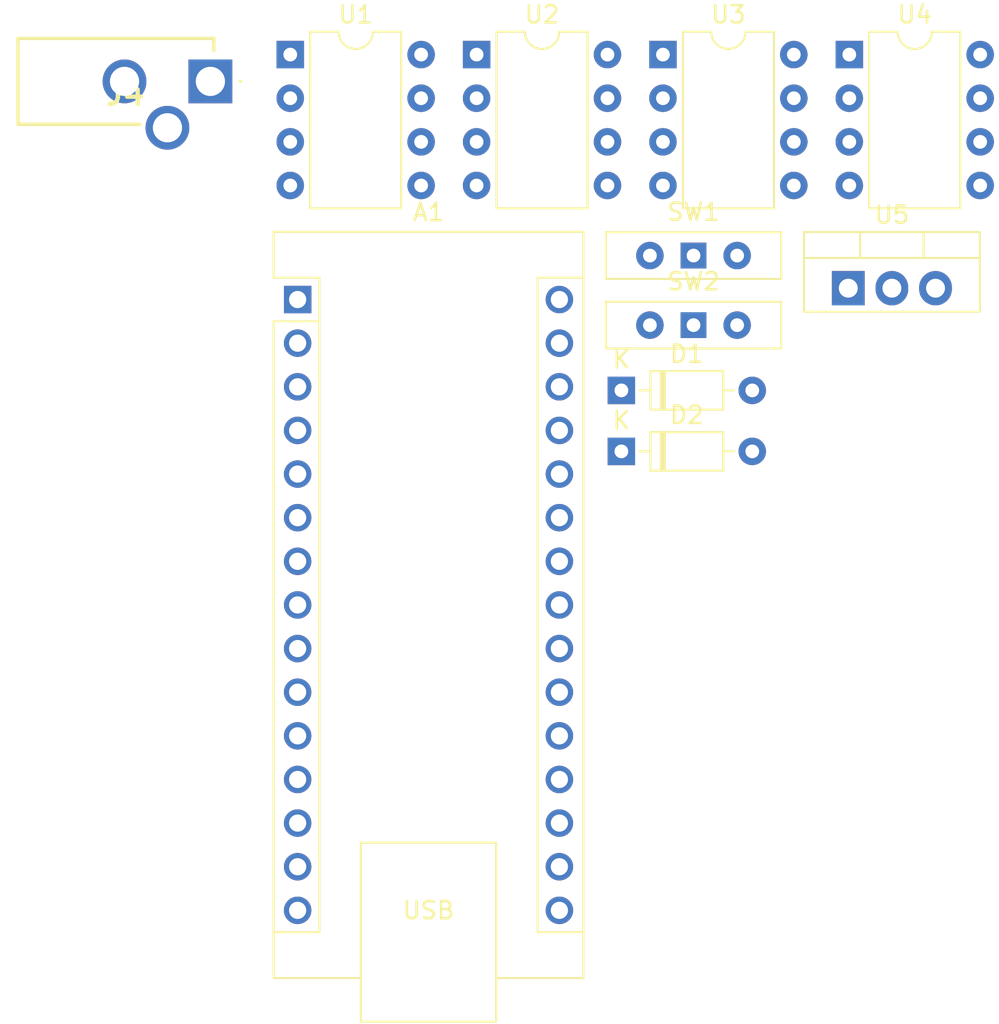
<source format=kicad_pcb>
(kicad_pcb (version 20240108) (generator "pcbnew") (generator_version "8.0")
  (layers (0 "F.Cu" signal) (31 "B.Cu" signal) (34 "B.Paste" user) (35 "F.Paste" user) (36 "B.SilkS" user "B.Silkscreen") (37 "F.SilkS" user "F.Silkscreen") (38 "B.Mask" user) (39 "F.Mask" user) (44 "Edge.Cuts" user))
  (net 0 "")
  (net 1 "Net-(A1-D0{slash}RX)")
  (net 3 "DATA9")
  (net 6 "DATA2")
  (net 7 "DATA5")
  (net 9 "DATA11")
  (net 10 "DRV1-")
  (net 13 "DATA4")
  (net 15 "DATA12")
  (net 20 "VIN")
  (net 22 "DATA10")
  (net 23 "DATA7")
  (net 25 "DATA8")
  (net 26 "DATA6")
  (net 27 "DATA1")
  (net 29 "DATA3")
  (net 30 "Net-(D1-A)")
  (net 31 "Net-(D2-A)")
  (net 32 "Net-(SW1-A)")
  (net 33 "Net-(SW1-B)")
  (net 34 "Net-(SW2-B)")
  (net 36 "Net-(U1-R)")
  (net 37 "Net-(U1-B)")
  (net 38 "Net-(U1-A)")
  (net 39 "VCC")
  (net 40 "Net-(U2-A)")
  (net 45 "Net-(U3-VO)")
  (net 48 "Net-(U4-B)")
  (net 49 "Net-(U4-A)")
  (footprint "Button_Switch_THT:SW_Slide-03_Wuerth-WS-SLTV_10x2.5x6.4_P2.54mm" (layer "F.Cu") (at 94.17 37.05)
    (property "Reference" "SW2" (at 0 -2.54 0) (layer "F.SilkS"))
    (property "Value" "SW_SPDT")
    (fp_rect (start -5.11 -1.36) (end 5.11 1.36) (stroke (width 0.12)) (fill none) (layer "F.SilkS"))
    (pad "1" thru_hole rect (at 0 0) (size 1.5 1.5) (drill 0.8) (layers "*.Cu" "*.Mask") (net 34 "Net-(SW2-B)"))
    (pad "2" thru_hole circle (at -2.54 0) (size 1.6 1.6) (drill 0.8) (layers "*.Cu" "*.Mask"))
    (pad "3" thru_hole circle (at 2.54 0) (size 1.6 1.6) (drill 0.8) (layers "*.Cu" "*.Mask") (net 20 "VIN"))
  )
  (footprint "Package_DIP:DIP-8_W7.62mm" (layer "F.Cu") (at 103.24 21.3)
    (property "Reference" "U4" (at 3.81 -2.33 0) (layer "F.SilkS"))
    (property "Value" "SN75176AP")
    (fp_line (start 1.16 -1.33) (end 1.16 8.95) (stroke (width 0.12)) (layer "F.SilkS"))
    (fp_line (start 1.16 8.95) (end 6.46 8.95) (stroke (width 0.12)) (layer "F.SilkS"))
    (fp_line (start 2.81 -1.33) (end 1.16 -1.33) (stroke (width 0.12)) (layer "F.SilkS"))
    (fp_line (start 6.46 -1.33) (end 4.81 -1.33) (stroke (width 0.12)) (layer "F.SilkS"))
    (fp_line (start 6.46 8.95) (end 6.46 -1.33) (stroke (width 0.12)) (layer "F.SilkS"))
    (fp_arc (start 4.81 -1.33) (mid 3.81 -0.33) (end 2.81 -1.33) (stroke (width 0.12)) (layer "F.SilkS"))
    (pad "1" thru_hole rect (at 0 0) (size 1.6 1.6) (drill 0.8) (layers "*.Cu" "*.Mask"))
    (pad "2" thru_hole oval (at 0 2.54) (size 1.6 1.6) (drill 0.8) (layers "*.Cu" "*.Mask") (net 39 "VCC"))
    (pad "3" thru_hole oval (at 0 5.08) (size 1.6 1.6) (drill 0.8) (layers "*.Cu" "*.Mask") (net 39 "VCC"))
    (pad "4" thru_hole oval (at 0 7.62) (size 1.6 1.6) (drill 0.8) (layers "*.Cu" "*.Mask") (net 45 "Net-(U3-VO)"))
    (pad "5" thru_hole oval (at 7.62 7.62) (size 1.6 1.6) (drill 0.8) (layers "*.Cu" "*.Mask") (net 10 "DRV1-"))
    (pad "6" thru_hole oval (at 7.62 5.08) (size 1.6 1.6) (drill 0.8) (layers "*.Cu" "*.Mask") (net 49 "Net-(U4-A)"))
    (pad "7" thru_hole oval (at 7.62 2.54) (size 1.6 1.6) (drill 0.8) (layers "*.Cu" "*.Mask") (net 48 "Net-(U4-B)"))
    (pad "8" thru_hole oval (at 7.62 0) (size 1.6 1.6) (drill 0.8) (layers "*.Cu" "*.Mask") (net 39 "VCC"))
  )
  (footprint "Module:Arduino_Nano" (layer "F.Cu") (at 71.12 35.56)
    (property "Reference" "A1" (at 7.62 -5.08 0) (layer "F.SilkS"))
    (property "Value" "Arduino_Nano_v3.x")
    (fp_line (start -1.4 -3.94) (end -1.4 -1.27) (stroke (width 0.12)) (layer "F.SilkS"))
    (fp_line (start -1.4 1.27) (end -1.4 39.5) (stroke (width 0.12)) (layer "F.SilkS"))
    (fp_line (start -1.4 39.5) (end 3.68 39.5) (stroke (width 0.12)) (layer "F.SilkS"))
    (fp_line (start 1.27 -1.27) (end -1.4 -1.27) (stroke (width 0.12)) (layer "F.SilkS"))
    (fp_line (start 1.27 1.27) (end -1.4 1.27) (stroke (width 0.12)) (layer "F.SilkS"))
    (fp_line (start 1.27 1.27) (end 1.27 -1.27) (stroke (width 0.12)) (layer "F.SilkS"))
    (fp_line (start 1.27 1.27) (end 1.27 36.83) (stroke (width 0.12)) (layer "F.SilkS"))
    (fp_line (start 1.27 36.83) (end -1.4 36.83) (stroke (width 0.12)) (layer "F.SilkS"))
    (fp_line (start 3.68 31.62) (end 11.56 31.62) (stroke (width 0.12)) (layer "F.SilkS"))
    (fp_line (start 3.68 42.04) (end 3.68 31.62) (stroke (width 0.12)) (layer "F.SilkS"))
    (fp_line (start 11.56 31.62) (end 11.56 42.04) (stroke (width 0.12)) (layer "F.SilkS"))
    (fp_line (start 11.56 42.04) (end 3.68 42.04) (stroke (width 0.12)) (layer "F.SilkS"))
    (fp_line (start 13.97 -1.27) (end 13.97 36.83) (stroke (width 0.12)) (layer "F.SilkS"))
    (fp_line (start 13.97 -1.27) (end 16.64 -1.27) (stroke (width 0.12)) (layer "F.SilkS"))
    (fp_line (start 13.97 36.83) (end 16.64 36.83) (stroke (width 0.12)) (layer "F.SilkS"))
    (fp_line (start 16.64 -3.94) (end -1.4 -3.94) (stroke (width 0.12)) (layer "F.SilkS"))
    (fp_line (start 16.64 39.5) (end 11.56 39.5) (stroke (width 0.12)) (layer "F.SilkS"))
    (fp_line (start 16.64 39.5) (end 16.64 -3.94) (stroke (width 0.12)) (layer "F.SilkS"))
    (fp_text user "USB" (at 7.62 35.56 0) (layer "F.SilkS"))
    (pad "1" thru_hole rect (at 0 0) (size 1.6 1.6) (drill 1) (layers "*.Cu" "*.Mask"))
    (pad "2" thru_hole oval (at 0 2.54) (size 1.6 1.6) (drill 1) (layers "*.Cu" "*.Mask") (net 1 "Net-(A1-D0{slash}RX)"))
    (pad "3" thru_hole oval (at 0 5.08) (size 1.6 1.6) (drill 1) (layers "*.Cu" "*.Mask"))
    (pad "4" thru_hole oval (at 0 7.62) (size 1.6 1.6) (drill 1) (layers "*.Cu" "*.Mask") (net 10 "DRV1-"))
    (pad "5" thru_hole oval (at 0 10.16) (size 1.6 1.6) (drill 1) (layers "*.Cu" "*.Mask") (net 27 "DATA1"))
    (pad "6" thru_hole oval (at 0 12.7) (size 1.6 1.6) (drill 1) (layers "*.Cu" "*.Mask") (net 6 "DATA2"))
    (pad "7" thru_hole oval (at 0 15.24) (size 1.6 1.6) (drill 1) (layers "*.Cu" "*.Mask") (net 29 "DATA3"))
    (pad "8" thru_hole oval (at 0 17.78) (size 1.6 1.6) (drill 1) (layers "*.Cu" "*.Mask") (net 13 "DATA4"))
    (pad "9" thru_hole oval (at 0 20.32) (size 1.6 1.6) (drill 1) (layers "*.Cu" "*.Mask") (net 7 "DATA5"))
    (pad "10" thru_hole oval (at 0 22.86) (size 1.6 1.6) (drill 1) (layers "*.Cu" "*.Mask") (net 26 "DATA6"))
    (pad "11" thru_hole oval (at 0 25.4) (size 1.6 1.6) (drill 1) (layers "*.Cu" "*.Mask") (net 23 "DATA7"))
    (pad "12" thru_hole oval (at 0 27.94) (size 1.6 1.6) (drill 1) (layers "*.Cu" "*.Mask") (net 25 "DATA8"))
    (pad "13" thru_hole oval (at 0 30.48) (size 1.6 1.6) (drill 1) (layers "*.Cu" "*.Mask") (net 3 "DATA9"))
    (pad "14" thru_hole oval (at 0 33.02) (size 1.6 1.6) (drill 1) (layers "*.Cu" "*.Mask") (net 22 "DATA10"))
    (pad "15" thru_hole oval (at 0 35.56) (size 1.6 1.6) (drill 1) (layers "*.Cu" "*.Mask") (net 9 "DATA11"))
    (pad "16" thru_hole oval (at 15.24 35.56) (size 1.6 1.6) (drill 1) (layers "*.Cu" "*.Mask") (net 15 "DATA12"))
    (pad "17" thru_hole oval (at 15.24 33.02) (size 1.6 1.6) (drill 1) (layers "*.Cu" "*.Mask"))
    (pad "18" thru_hole oval (at 15.24 30.48) (size 1.6 1.6) (drill 1) (layers "*.Cu" "*.Mask"))
    (pad "19" thru_hole oval (at 15.24 27.94) (size 1.6 1.6) (drill 1) (layers "*.Cu" "*.Mask"))
    (pad "20" thru_hole oval (at 15.24 25.4) (size 1.6 1.6) (drill 1) (layers "*.Cu" "*.Mask"))
    (pad "21" thru_hole oval (at 15.24 22.86) (size 1.6 1.6) (drill 1) (layers "*.Cu" "*.Mask"))
    (pad "22" thru_hole oval (at 15.24 20.32) (size 1.6 1.6) (drill 1) (layers "*.Cu" "*.Mask"))
    (pad "23" thru_hole oval (at 15.24 17.78) (size 1.6 1.6) (drill 1) (layers "*.Cu" "*.Mask"))
    (pad "24" thru_hole oval (at 15.24 15.24) (size 1.6 1.6) (drill 1) (layers "*.Cu" "*.Mask"))
    (pad "25" thru_hole oval (at 15.24 12.7) (size 1.6 1.6) (drill 1) (layers "*.Cu" "*.Mask"))
    (pad "26" thru_hole oval (at 15.24 10.16) (size 1.6 1.6) (drill 1) (layers "*.Cu" "*.Mask"))
    (pad "27" thru_hole oval (at 15.24 7.62) (size 1.6 1.6) (drill 1) (layers "*.Cu" "*.Mask"))
    (pad "28" thru_hole oval (at 15.24 5.08) (size 1.6 1.6) (drill 1) (layers "*.Cu" "*.Mask"))
    (pad "29" thru_hole oval (at 15.24 2.54) (size 1.6 1.6) (drill 1) (layers "*.Cu" "*.Mask") (net 10 "DRV1-"))
    (pad "30" thru_hole oval (at 15.24 0) (size 1.6 1.6) (drill 1) (layers "*.Cu" "*.Mask") (net 20 "VIN"))
  )
  (footprint "Lasers:PJ031D" (layer "F.Cu") (at 66.04 22.86)
    (property "Reference" "J4" (at -4.962 0.737 0) (layer "F.SilkS") (effects (font (size 1.27 1.27) (thickness 0.254))))
    (property "Value" "PJ-031D" (hide yes))
    (fp_line (start -11.2 -2.5) (end -11.2 2.5) (stroke (width 0.2)) (layer "F.SilkS"))
    (fp_line (start -11.2 2.5) (end -4.1 2.5) (stroke (width 0.2)) (layer "F.SilkS"))
    (fp_line (start 0.2 -2.5) (end -11.2 -2.5) (stroke (width 0.2)) (layer "F.SilkS"))
    (fp_line (start 0.2 -1.8) (end 0.2 -2.5) (stroke (width 0.2)) (layer "F.SilkS"))
    (fp_line (start 1.7 0) (end 1.7 0) (stroke (width 0.1)) (layer "F.SilkS"))
    (fp_line (start 1.8 0) (end 1.8 0) (stroke (width 0.1)) (layer "F.SilkS"))
    (fp_arc (start 1.7 0) (mid 1.75 -0.05) (end 1.8 0) (stroke (width 0.1)) (layer "F.SilkS"))
    (fp_arc (start 1.8 0) (mid 1.75 0.05) (end 1.7 0) (stroke (width 0.1)) (layer "F.SilkS"))
    (pad "1" thru_hole rect (at 0 0) (size 2.55 2.55) (drill 1.7) (layers "*.Cu" "*.Mask") (net 10 "DRV1-"))
    (pad "2" thru_hole circle (at -2.5 2.7) (size 2.55 2.55) (drill 1.7) (layers "*.Cu" "*.Mask"))
    (pad "3" thru_hole circle (at -5 0) (size 2.55 2.55) (drill 1.7) (layers "*.Cu" "*.Mask") (net 33 "Net-(SW1-B)"))
  )
  (footprint "Package_TO_SOT_THT:TO-220-3_Vertical" (layer "F.Cu") (at 103.18 34.9)
    (property "Reference" "U5" (at 2.54 -4.27 0) (layer "F.SilkS"))
    (property "Value" "LM7812_TO220")
    (fp_line (start -2.58 -3.27) (end -2.58 1.371) (stroke (width 0.12)) (layer "F.SilkS"))
    (fp_line (start -2.58 -3.27) (end 7.66 -3.27) (stroke (width 0.12)) (layer "F.SilkS"))
    (fp_line (start -2.58 -1.76) (end 7.66 -1.76) (stroke (width 0.12)) (layer "F.SilkS"))
    (fp_line (start -2.58 1.371) (end 7.66 1.371) (stroke (width 0.12)) (layer "F.SilkS"))
    (fp_line (start 0.69 -3.27) (end 0.69 -1.76) (stroke (width 0.12)) (layer "F.SilkS"))
    (fp_line (start 4.391 -3.27) (end 4.391 -1.76) (stroke (width 0.12)) (layer "F.SilkS"))
    (fp_line (start 7.66 -3.27) (end 7.66 1.371) (stroke (width 0.12)) (layer "F.SilkS"))
    (pad "1" thru_hole rect (at 0 0) (size 1.905 2) (drill 1.1) (layers "*.Cu" "*.Mask") (net 32 "Net-(SW1-A)"))
    (pad "2" thru_hole oval (at 2.54 0) (size 1.905 2) (drill 1.1) (layers "*.Cu" "*.Mask") (net 10 "DRV1-"))
    (pad "3" thru_hole oval (at 5.08 0) (size 1.905 2) (drill 1.1) (layers "*.Cu" "*.Mask") (net 31 "Net-(D2-A)"))
  )
  (footprint "Diode_THT:D_DO-35_SOD27_P7.62mm_Horizontal" (layer "F.Cu") (at 89.97 44.4)
    (property "Reference" "D2" (at 3.81 -2.12 0) (layer "F.SilkS"))
    (property "Value" "1N4148")
    (fp_line (start 1.04 0) (end 1.69 0) (stroke (width 0.12)) (layer "F.SilkS"))
    (fp_line (start 1.69 -1.12) (end 1.69 1.12) (stroke (width 0.12)) (layer "F.SilkS"))
    (fp_line (start 1.69 1.12) (end 5.93 1.12) (stroke (width 0.12)) (layer "F.SilkS"))
    (fp_line (start 2.29 -1.12) (end 2.29 1.12) (stroke (width 0.12)) (layer "F.SilkS"))
    (fp_line (start 2.41 -1.12) (end 2.41 1.12) (stroke (width 0.12)) (layer "F.SilkS"))
    (fp_line (start 2.53 -1.12) (end 2.53 1.12) (stroke (width 0.12)) (layer "F.SilkS"))
    (fp_line (start 5.93 -1.12) (end 1.69 -1.12) (stroke (width 0.12)) (layer "F.SilkS"))
    (fp_line (start 5.93 1.12) (end 5.93 -1.12) (stroke (width 0.12)) (layer "F.SilkS"))
    (fp_line (start 6.58 0) (end 5.93 0) (stroke (width 0.12)) (layer "F.SilkS"))
    (fp_text user "K" (at 0 -1.8 0) (layer "F.SilkS"))
    (pad "1" thru_hole rect (at 0 0) (size 1.6 1.6) (drill 0.8) (layers "*.Cu" "*.Mask") (net 20 "VIN"))
    (pad "2" thru_hole oval (at 7.62 0) (size 1.6 1.6) (drill 0.8) (layers "*.Cu" "*.Mask") (net 31 "Net-(D2-A)"))
  )
  (footprint "Package_DIP:DIP-8_W7.62mm" (layer "F.Cu") (at 70.69 21.3)
    (property "Reference" "U1" (at 3.81 -2.33 0) (layer "F.SilkS"))
    (property "Value" "SN75176AP")
    (fp_line (start 1.16 -1.33) (end 1.16 8.95) (stroke (width 0.12)) (layer "F.SilkS"))
    (fp_line (start 1.16 8.95) (end 6.46 8.95) (stroke (width 0.12)) (layer "F.SilkS"))
    (fp_line (start 2.81 -1.33) (end 1.16 -1.33) (stroke (width 0.12)) (layer "F.SilkS"))
    (fp_line (start 6.46 -1.33) (end 4.81 -1.33) (stroke (width 0.12)) (layer "F.SilkS"))
    (fp_line (start 6.46 8.95) (end 6.46 -1.33) (stroke (width 0.12)) (layer "F.SilkS"))
    (fp_arc (start 4.81 -1.33) (mid 3.81 -0.33) (end 2.81 -1.33) (stroke (width 0.12)) (layer "F.SilkS"))
    (pad "1" thru_hole rect (at 0 0) (size 1.6 1.6) (drill 0.8) (layers "*.Cu" "*.Mask") (net 36 "Net-(U1-R)"))
    (pad "2" thru_hole oval (at 0 2.54) (size 1.6 1.6) (drill 0.8) (layers "*.Cu" "*.Mask") (net 10 "DRV1-"))
    (pad "3" thru_hole oval (at 0 5.08) (size 1.6 1.6) (drill 0.8) (layers "*.Cu" "*.Mask") (net 10 "DRV1-"))
    (pad "4" thru_hole oval (at 0 7.62) (size 1.6 1.6) (drill 0.8) (layers "*.Cu" "*.Mask") (net 10 "DRV1-"))
    (pad "5" thru_hole oval (at 7.62 7.62) (size 1.6 1.6) (drill 0.8) (layers "*.Cu" "*.Mask") (net 10 "DRV1-"))
    (pad "6" thru_hole oval (at 7.62 5.08) (size 1.6 1.6) (drill 0.8) (layers "*.Cu" "*.Mask") (net 38 "Net-(U1-A)"))
    (pad "7" thru_hole oval (at 7.62 2.54) (size 1.6 1.6) (drill 0.8) (layers "*.Cu" "*.Mask") (net 37 "Net-(U1-B)"))
    (pad "8" thru_hole oval (at 7.62 0) (size 1.6 1.6) (drill 0.8) (layers "*.Cu" "*.Mask") (net 39 "VCC"))
  )
  (footprint "Diode_THT:D_DO-35_SOD27_P7.62mm_Horizontal" (layer "F.Cu") (at 89.97 40.85)
    (property "Reference" "D1" (at 3.81 -2.12 0) (layer "F.SilkS"))
    (property "Value" "1N4148")
    (fp_line (start 1.04 0) (end 1.69 0) (stroke (width 0.12)) (layer "F.SilkS"))
    (fp_line (start 1.69 -1.12) (end 1.69 1.12) (stroke (width 0.12)) (layer "F.SilkS"))
    (fp_line (start 1.69 1.12) (end 5.93 1.12) (stroke (width 0.12)) (layer "F.SilkS"))
    (fp_line (start 2.29 -1.12) (end 2.29 1.12) (stroke (width 0.12)) (layer "F.SilkS"))
    (fp_line (start 2.41 -1.12) (end 2.41 1.12) (stroke (width 0.12)) (layer "F.SilkS"))
    (fp_line (start 2.53 -1.12) (end 2.53 1.12) (stroke (width 0.12)) (layer "F.SilkS"))
    (fp_line (start 5.93 -1.12) (end 1.69 -1.12) (stroke (width 0.12)) (layer "F.SilkS"))
    (fp_line (start 5.93 1.12) (end 5.93 -1.12) (stroke (width 0.12)) (layer "F.SilkS"))
    (fp_line (start 6.58 0) (end 5.93 0) (stroke (width 0.12)) (layer "F.SilkS"))
    (fp_text user "K" (at 0 -1.8 0) (layer "F.SilkS"))
    (pad "1" thru_hole rect (at 0 0) (size 1.6 1.6) (drill 0.8) (layers "*.Cu" "*.Mask") (net 20 "VIN"))
    (pad "2" thru_hole oval (at 7.62 0) (size 1.6 1.6) (drill 0.8) (layers "*.Cu" "*.Mask") (net 30 "Net-(D1-A)"))
  )
  (footprint "Button_Switch_THT:SW_Slide-03_Wuerth-WS-SLTV_10x2.5x6.4_P2.54mm" (layer "F.Cu") (at 94.17 33)
    (property "Reference" "SW1" (at 0 -2.54 0) (layer "F.SilkS"))
    (property "Value" "SW_SPST")
    (fp_rect (start -5.11 -1.36) (end 5.11 1.36) (stroke (width 0.12)) (fill none) (layer "F.SilkS"))
    (pad "1" thru_hole rect (at 0 0) (size 1.5 1.5) (drill 0.8) (layers "*.Cu" "*.Mask") (net 33 "Net-(SW1-B)"))
    (pad "2" thru_hole circle (at -2.54 0) (size 1.6 1.6) (drill 0.8) (layers "*.Cu" "*.Mask") (net 30 "Net-(D1-A)"))
    (pad "3" thru_hole circle (at 2.54 0) (size 1.6 1.6) (drill 0.8) (layers "*.Cu" "*.Mask") (net 32 "Net-(SW1-A)"))
  )
  (footprint "Package_DIP:DIP-8_W7.62mm" (layer "F.Cu") (at 92.39 21.3)
    (property "Reference" "U3" (at 3.81 -2.33 0) (layer "F.SilkS"))
    (property "Value" "6N137")
    (fp_line (start 1.16 -1.33) (end 1.16 8.95) (stroke (width 0.12)) (layer "F.SilkS"))
    (fp_line (start 1.16 8.95) (end 6.46 8.95) (stroke (width 0.12)) (layer "F.SilkS"))
    (fp_line (start 2.81 -1.33) (end 1.16 -1.33) (stroke (width 0.12)) (layer "F.SilkS"))
    (fp_line (start 6.46 -1.33) (end 4.81 -1.33) (stroke (width 0.12)) (layer "F.SilkS"))
    (fp_line (start 6.46 8.95) (end 6.46 -1.33) (stroke (width 0.12)) (layer "F.SilkS"))
    (fp_arc (start 4.81 -1.33) (mid 3.81 -0.33) (end 2.81 -1.33) (stroke (width 0.12)) (layer "F.SilkS"))
    (pad "1" thru_hole rect (at 0 0) (size 1.6 1.6) (drill 0.8) (layers "*.Cu" "*.Mask"))
    (pad "2" thru_hole oval (at 0 2.54) (size 1.6 1.6) (drill 0.8) (layers "*.Cu" "*.Mask") (net 40 "Net-(U2-A)"))
    (pad "3" thru_hole oval (at 0 5.08) (size 1.6 1.6) (drill 0.8) (layers "*.Cu" "*.Mask") (net 10 "DRV1-"))
    (pad "4" thru_hole oval (at 0 7.62) (size 1.6 1.6) (drill 0.8) (layers "*.Cu" "*.Mask"))
    (pad "5" thru_hole oval (at 7.62 7.62) (size 1.6 1.6) (drill 0.8) (layers "*.Cu" "*.Mask") (net 10 "DRV1-"))
    (pad "6" thru_hole oval (at 7.62 5.08) (size 1.6 1.6) (drill 0.8) (layers "*.Cu" "*.Mask") (net 45 "Net-(U3-VO)"))
    (pad "7" thru_hole oval (at 7.62 2.54) (size 1.6 1.6) (drill 0.8) (layers "*.Cu" "*.Mask") (net 39 "VCC"))
    (pad "8" thru_hole oval (at 7.62 0) (size 1.6 1.6) (drill 0.8) (layers "*.Cu" "*.Mask") (net 39 "VCC"))
  )
  (footprint "Package_DIP:DIP-8_W7.62mm" (layer "F.Cu") (at 81.54 21.3)
    (property "Reference" "U2" (at 3.81 -2.33 0) (layer "F.SilkS"))
    (property "Value" "6N137")
    (fp_line (start 1.16 -1.33) (end 1.16 8.95) (stroke (width 0.12)) (layer "F.SilkS"))
    (fp_line (start 1.16 8.95) (end 6.46 8.95) (stroke (width 0.12)) (layer "F.SilkS"))
    (fp_line (start 2.81 -1.33) (end 1.16 -1.33) (stroke (width 0.12)) (layer "F.SilkS"))
    (fp_line (start 6.46 -1.33) (end 4.81 -1.33) (stroke (width 0.12)) (layer "F.SilkS"))
    (fp_line (start 6.46 8.95) (end 6.46 -1.33) (stroke (width 0.12)) (layer "F.SilkS"))
    (fp_arc (start 4.81 -1.33) (mid 3.81 -0.33) (end 2.81 -1.33) (stroke (width 0.12)) (layer "F.SilkS"))
    (pad "1" thru_hole rect (at 0 0) (size 1.6 1.6) (drill 0.8) (layers "*.Cu" "*.Mask"))
    (pad "2" thru_hole oval (at 0 2.54) (size 1.6 1.6) (drill 0.8) (layers "*.Cu" "*.Mask") (net 40 "Net-(U2-A)"))
    (pad "3" thru_hole oval (at 0 5.08) (size 1.6 1.6) (drill 0.8) (layers "*.Cu" "*.Mask") (net 10 "DRV1-"))
    (pad "4" thru_hole oval (at 0 7.62) (size 1.6 1.6) (drill 0.8) (layers "*.Cu" "*.Mask"))
    (pad "5" thru_hole oval (at 7.62 7.62) (size 1.6 1.6) (drill 0.8) (layers "*.Cu" "*.Mask") (net 10 "DRV1-"))
    (pad "6" thru_hole oval (at 7.62 5.08) (size 1.6 1.6) (drill 0.8) (layers "*.Cu" "*.Mask"))
    (pad "7" thru_hole oval (at 7.62 2.54) (size 1.6 1.6) (drill 0.8) (layers "*.Cu" "*.Mask") (net 1 "Net-(A1-D0{slash}RX)"))
    (pad "8" thru_hole oval (at 7.62 0) (size 1.6 1.6) (drill 0.8) (layers "*.Cu" "*.Mask") (net 39 "VCC"))
  )
)
</source>
